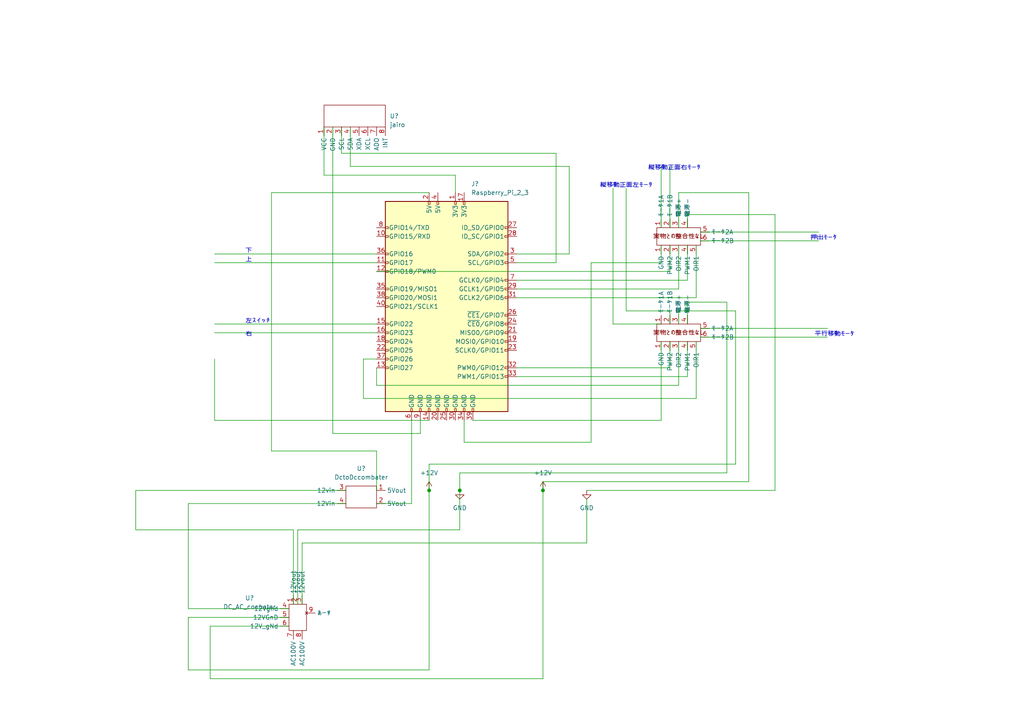
<source format=kicad_sch>
(kicad_sch (version 20211123) (generator eeschema)
  (paper "A4")
  (lib_symbols
    (symbol "Connector:Raspberry_Pi_2_3" (pin_names (offset 1.016))
      (property "Reference" "J" (at -17.78 31.75 0))
      (property "Value" "Raspberry_Pi_2_3" (at 10.16 -31.75 0))
      (symbol "Raspberry_Pi_2_3_0_1"
        (rectangle (start -17.78 30.48) (end 17.78 -30.48) (stroke (width 0.254)) (fill (type background)))
      )
      (symbol "Raspberry_Pi_2_3_1_1"
        (rectangle (start -16.891 -17.526) (end -17.78 -18.034))
        (rectangle (start -16.891 -14.986) (end -17.78 -15.494))
        (rectangle (start -16.891 -12.446) (end -17.78 -12.954))
        (rectangle (start -16.891 -9.906) (end -17.78 -10.414))
        (rectangle (start -16.891 -7.366) (end -17.78 -7.874))
        (rectangle (start -16.891 -4.826) (end -17.78 -5.334))
        (rectangle (start -16.891 0.254) (end -17.78 -0.254))
        (rectangle (start -16.891 2.794) (end -17.78 2.286))
        (rectangle (start -16.891 5.334) (end -17.78 4.826))
        (rectangle (start -16.891 10.414) (end -17.78 9.906))
        (rectangle (start -16.891 12.954) (end -17.78 12.446))
        (rectangle (start -16.891 15.494) (end -17.78 14.986))
        (rectangle (start -16.891 20.574) (end -17.78 20.066))
        (rectangle (start -16.891 23.114) (end -17.78 22.606))
        (rectangle (start -10.414 -29.591) (end -9.906 -30.48))
        (rectangle (start -7.874 -29.591) (end -7.366 -30.48))
        (rectangle (start -5.334 -29.591) (end -4.826 -30.48))
        (rectangle (start -5.334 30.48) (end -4.826 29.591))
        (rectangle (start -2.794 -29.591) (end -2.286 -30.48))
        (rectangle (start -2.794 30.48) (end -2.286 29.591))
        (rectangle (start -0.254 -29.591) (end 0.254 -30.48))
        (rectangle (start 2.286 -29.591) (end 2.794 -30.48))
        (rectangle (start 2.286 30.48) (end 2.794 29.591))
        (rectangle (start 4.826 -29.591) (end 5.334 -30.48))
        (rectangle (start 4.826 30.48) (end 5.334 29.591))
        (rectangle (start 7.366 -29.591) (end 7.874 -30.48))
        (rectangle (start 17.78 -20.066) (end 16.891 -20.574))
        (rectangle (start 17.78 -17.526) (end 16.891 -18.034))
        (rectangle (start 17.78 -12.446) (end 16.891 -12.954))
        (rectangle (start 17.78 -9.906) (end 16.891 -10.414))
        (rectangle (start 17.78 -7.366) (end 16.891 -7.874))
        (rectangle (start 17.78 -4.826) (end 16.891 -5.334))
        (rectangle (start 17.78 -2.286) (end 16.891 -2.794))
        (rectangle (start 17.78 2.794) (end 16.891 2.286))
        (rectangle (start 17.78 5.334) (end 16.891 4.826))
        (rectangle (start 17.78 7.874) (end 16.891 7.366))
        (rectangle (start 17.78 12.954) (end 16.891 12.446))
        (rectangle (start 17.78 15.494) (end 16.891 14.986))
        (rectangle (start 17.78 20.574) (end 16.891 20.066))
        (rectangle (start 17.78 23.114) (end 16.891 22.606))
        (pin power_in line (at 2.54 33.02 270) (length 2.54) (name "3V3") (number "1"))
        (pin bidirectional line (at -20.32 20.32 0) (length 2.54) (name "GPIO15/RXD") (number "10"))
        (pin bidirectional line (at -20.32 12.7 0) (length 2.54) (name "GPIO17") (number "11"))
        (pin bidirectional line (at -20.32 10.16 0) (length 2.54) (name "GPIO18/PWM0") (number "12"))
        (pin bidirectional line (at -20.32 -17.78 0) (length 2.54) (name "GPIO27") (number "13"))
        (pin power_in line (at -5.08 -33.02 90) (length 2.54) (name "GND") (number "14"))
        (pin bidirectional line (at -20.32 -5.08 0) (length 2.54) (name "GPIO22") (number "15"))
        (pin bidirectional line (at -20.32 -7.62 0) (length 2.54) (name "GPIO23") (number "16"))
        (pin power_in line (at 5.08 33.02 270) (length 2.54) (name "3V3") (number "17"))
        (pin bidirectional line (at -20.32 -10.16 0) (length 2.54) (name "GPIO24") (number "18"))
        (pin bidirectional line (at 20.32 -10.16 180) (length 2.54) (name "MOSI0/GPIO10") (number "19"))
        (pin power_in line (at -5.08 33.02 270) (length 2.54) (name "5V") (number "2"))
        (pin power_in line (at -2.54 -33.02 90) (length 2.54) (name "GND") (number "20"))
        (pin bidirectional line (at 20.32 -7.62 180) (length 2.54) (name "MISO0/GPIO9") (number "21"))
        (pin bidirectional line (at -20.32 -12.7 0) (length 2.54) (name "GPIO25") (number "22"))
        (pin bidirectional line (at 20.32 -12.7 180) (length 2.54) (name "SCLK0/GPIO11") (number "23"))
        (pin bidirectional line (at 20.32 -5.08 180) (length 2.54) (name "~{CE0}/GPIO8") (number "24"))
        (pin power_in line (at 0 -33.02 90) (length 2.54) (name "GND") (number "25"))
        (pin bidirectional line (at 20.32 -2.54 180) (length 2.54) (name "~{CE1}/GPIO7") (number "26"))
        (pin bidirectional line (at 20.32 22.86 180) (length 2.54) (name "ID_SD/GPIO0") (number "27"))
        (pin bidirectional line (at 20.32 20.32 180) (length 2.54) (name "ID_SC/GPIO1") (number "28"))
        (pin bidirectional line (at 20.32 5.08 180) (length 2.54) (name "GCLK1/GPIO5") (number "29"))
        (pin bidirectional line (at 20.32 15.24 180) (length 2.54) (name "SDA/GPIO2") (number "3"))
        (pin power_in line (at 2.54 -33.02 90) (length 2.54) (name "GND") (number "30"))
        (pin bidirectional line (at 20.32 2.54 180) (length 2.54) (name "GCLK2/GPIO6") (number "31"))
        (pin bidirectional line (at 20.32 -17.78 180) (length 2.54) (name "PWM0/GPIO12") (number "32"))
        (pin bidirectional line (at 20.32 -20.32 180) (length 2.54) (name "PWM1/GPIO13") (number "33"))
        (pin power_in line (at 5.08 -33.02 90) (length 2.54) (name "GND") (number "34"))
        (pin bidirectional line (at -20.32 5.08 0) (length 2.54) (name "GPIO19/MISO1") (number "35"))
        (pin bidirectional line (at -20.32 15.24 0) (length 2.54) (name "GPIO16") (number "36"))
        (pin bidirectional line (at -20.32 -15.24 0) (length 2.54) (name "GPIO26") (number "37"))
        (pin bidirectional line (at -20.32 2.54 0) (length 2.54) (name "GPIO20/MOSI1") (number "38"))
        (pin power_in line (at 7.62 -33.02 90) (length 2.54) (name "GND") (number "39"))
        (pin power_in line (at -2.54 33.02 270) (length 2.54) (name "5V") (number "4"))
        (pin bidirectional line (at -20.32 0 0) (length 2.54) (name "GPIO21/SCLK1") (number "40"))
        (pin bidirectional line (at 20.32 12.7 180) (length 2.54) (name "SCL/GPIO3") (number "5"))
        (pin power_in line (at -10.16 -33.02 90) (length 2.54) (name "GND") (number "6"))
        (pin bidirectional line (at 20.32 7.62 180) (length 2.54) (name "GCLK0/GPIO4") (number "7"))
        (pin bidirectional line (at -20.32 22.86 0) (length 2.54) (name "GPIO14/TXD") (number "8"))
        (pin power_in line (at -7.62 -33.02 90) (length 2.54) (name "GND") (number "9"))
      )
    )
    (symbol "DCACconb:DC_AC_conbater"
      (property "Reference" "U" (at 0 0 0))
      (property "Value" "DC_AC_conbater" (at 0 0 0))
      (symbol "DC_AC_conbater_0_1"
        (rectangle (start -2.54 -1.27) (end 2.54 6.35))
      )
      (symbol "DC_AC_conbater_1_1"
        (pin output line (at -1.27 6.35 90) (length 2.54) (name "12Vout") (number "1"))
        (pin output line (at 0 6.35 90) (length 2.54) (name "12vout") (number "2"))
        (pin output line (at 1.27 6.35 90) (length 2.54) (name "12vout") (number "3"))
        (pin output line (at -2.54 5.08 180) (length 2.54) (name "12Vgnd") (number "4"))
        (pin output line (at -2.54 2.54 180) (length 2.54) (name "12VGnD") (number "5"))
        (pin output line (at -2.54 0 180) (length 2.54) (name "12V_gNd") (number "6"))
        (pin power_in line (at -1.27 -1.27 270) (length 2.54) (name "AC100V") (number "7"))
        (pin power_in line (at 1.27 -1.27 270) (length 2.54) (name "AC100V") (number "8"))
        (pin no_connect line (at 2.54 3.81 0) (length 2.54) (name "あーす") (number "9"))
      )
    )
    (symbol "DCcomb:DctoDccombater"
      (property "Reference" "U" (at 0 0 0))
      (property "Value" "DctoDccombater" (at 0 0 0))
      (symbol "DctoDccombater_0_1"
        (rectangle (start 3.81 -2.54) (end -5.08 3.81))
      )
      (symbol "DctoDccombater_1_1"
        (pin output line (at 3.81 2.54 0) (length 2.54) (name "5Vout") (number "1"))
        (pin output line (at 3.81 -1.27 0) (length 2.54) (name "5Vout") (number "2"))
        (pin input line (at -5.08 2.54 180) (length 2.54) (name "12vin") (number "3"))
        (pin input line (at -5.08 -1.27 180) (length 2.54) (name "12Vin") (number "4"))
      )
    )
    (symbol "cytron1MDD10a:MDD10A"
      (symbol "MDD10A_0_0"
        (text "実物との整合性なし" (at -2.54 1.27 0) (effects (font (size 1.27 1.27))))
      )
      (symbol "MDD10A_0_1"
        (rectangle (start -8.89 3.81) (end 3.81 -1.27))
        (rectangle (start -1.27 1.27) (end -1.27 1.27))
      )
      (symbol "MDD10A_1_1"
        (pin free line (at -7.62 -1.27 270) (length 2.54) (name "GND") (number "1"))
        (pin output line (at -7.62 3.81 90) (length 2.54) (name "モータ1A") (number "1"))
        (pin input line (at -5.08 -1.27 270) (length 2.54) (name "PWM2") (number "2"))
        (pin output line (at -5.08 3.81 90) (length 2.54) (name "モータ1B") (number "2"))
        (pin input line (at -2.54 -1.27 270) (length 2.54) (name "OIR2") (number "3"))
        (pin power_in line (at -2.54 3.81 90) (length 2.54) (name "電源+") (number "3"))
        (pin input line (at 0 -1.27 270) (length 2.54) (name "PWM1") (number "4"))
        (pin power_in line (at 0 3.81 90) (length 2.54) (name "電源-") (number "4"))
        (pin input line (at 2.54 -1.27 270) (length 2.54) (name "OIR1") (number "5"))
        (pin output line (at 3.81 2.54 0) (length 2.54) (name "モータ2A") (number "5"))
        (pin output line (at 3.81 0 0) (length 2.54) (name "モータ2B") (number "6"))
      )
    )
    (symbol "jiro:jairo"
      (property "Reference" "U" (at -7.62 10.16 0))
      (property "Value" "jairo" (at -7.62 7.62 0))
      (symbol "jairo_0_1"
        (rectangle (start -11.43 6.35) (end 6.35 0))
      )
      (symbol "jairo_1_1"
        (pin input line (at -11.43 0 270) (length 2.54) (name "VCC") (number "1"))
        (pin input line (at -8.89 0 270) (length 2.54) (name "GND") (number "2"))
        (pin input line (at -6.35 0 270) (length 2.54) (name "SCL") (number "3"))
        (pin input line (at -3.81 0 270) (length 2.54) (name "SDA") (number "4"))
        (pin input line (at -1.27 0 270) (length 2.54) (name "XDA") (number "5"))
        (pin input line (at 1.27 0 270) (length 2.54) (name "XCL") (number "6"))
        (pin input line (at 3.81 0 270) (length 2.54) (name "ADO") (number "7"))
        (pin input line (at 6.35 0 270) (length 2.54) (name "INT") (number "8"))
      )
    )
    (symbol "power:+12V" (power) (pin_names (offset 0))
      (property "Value" "+12V" (at 0 3.556 0))
      (symbol "+12V_0_1"
        (polyline (pts (xy -0.762 1.27) (xy 0 2.54)))
        (polyline (pts (xy 0 0) (xy 0 2.54)))
        (polyline (pts (xy 0 2.54) (xy 0.762 1.27)))
      )
      (symbol "+12V_1_1"
        (pin power_in line (at 0 0 90) (length 0) hide (name "+12V") (number "1"))
      )
    )
    (symbol "power:GND" (power) (pin_names (offset 0))
      (property "Value" "GND" (at 0 -3.81 0))
      (symbol "GND_0_1"
        (polyline (pts (xy 0 0) (xy 0 -1.27) (xy 1.27 -1.27) (xy 0 -2.54) (xy -1.27 -1.27) (xy 0 -1.27)))
      )
      (symbol "GND_1_1"
        (pin power_in line (at 0 0 270) (length 0) hide (name "GND") (number "1"))
      )
    )
  )
  (junction (at 157.48 142.24))
  (junction (at 133.35 142.24))
  (junction (at 124.46 142.24))
  (wire (pts (xy 196.85 55.88) (xy 217.17 55.88)))
  (wire (pts (xy 194.31 90.17) (xy 181.61 90.17)))
  (wire (pts (xy 62.23 121.92) (xy 124.46 121.92)))
  (wire (pts (xy 217.17 55.88) (xy 217.17 139.7)))
  (wire (pts (xy 213.36 90.17) (xy 213.36 134.62)))
  (wire (pts (xy 194.31 99.06) (xy 194.31 106.68)))
  (wire (pts (xy 60.96 196.85) (xy 157.48 196.85)))
  (wire (pts (xy 224.79 142.24) (xy 170.18 142.24)))
  (wire (pts (xy 181.61 54.61) (xy 181.61 90.17)))
  (wire (pts (xy 78.74 130.81) (xy 109.22 130.81)))
  (wire (pts (xy 201.93 99.06) (xy 201.93 115.57)))
  (wire (pts (xy 170.18 144.78) (xy 170.18 157.48)))
  (wire (pts (xy 86.36 153.67) (xy 133.35 153.67)))
  (wire (pts (xy 39.37 153.67) (xy 39.37 142.24)))
  (wire (pts (xy 132.08 50.8) (xy 132.08 55.88)))
  (wire (pts (xy 199.39 87.63) (xy 210.82 87.63)))
  (wire (pts (xy 78.74 55.88) (xy 78.74 130.81)))
  (wire (pts (xy 87.63 157.48) (xy 87.63 175.26)))
  (wire (pts (xy 99.06 44.45) (xy 161.29 44.45)))
  (wire (pts (xy 161.29 44.45) (xy 161.29 76.2)))
  (wire (pts (xy 99.06 36.83) (xy 99.06 44.45)))
  (wire (pts (xy 83.82 181.61) (xy 60.96 181.61)))
  (wire (pts (xy 196.85 93.98) (xy 196.85 90.17)))
  (wire (pts (xy 191.77 48.26) (xy 191.77 66.04)))
  (wire (pts (xy 96.52 125.73) (xy 121.92 125.73)))
  (wire (pts (xy 54.61 179.07) (xy 54.61 194.31)))
  (wire (pts (xy 124.46 194.31) (xy 124.46 142.24)))
  (wire (pts (xy 62.23 104.14) (xy 62.23 121.92)))
  (wire (pts (xy 157.48 139.7) (xy 157.48 142.24)))
  (wire (pts (xy 170.18 157.48) (xy 87.63 157.48)))
  (wire (pts (xy 133.35 153.67) (xy 133.35 142.24)))
  (wire (pts (xy 199.39 62.23) (xy 224.79 62.23)))
  (wire (pts (xy 196.85 90.17) (xy 213.36 90.17)))
  (wire (pts (xy 161.29 76.2) (xy 149.86 76.2)))
  (wire (pts (xy 201.93 115.57) (xy 105.41 115.57)))
  (wire (pts (xy 210.82 87.63) (xy 210.82 137.16)))
  (wire (pts (xy 101.6 36.83) (xy 101.6 48.26)))
  (wire (pts (xy 199.39 71.12) (xy 199.39 81.28)))
  (wire (pts (xy 124.46 134.62) (xy 124.46 142.24)))
  (wire (pts (xy 124.46 55.88) (xy 78.74 55.88)))
  (wire (pts (xy 194.31 106.68) (xy 149.86 106.68)))
  (wire (pts (xy 217.17 139.7) (xy 157.48 139.7)))
  (wire (pts (xy 109.22 130.81) (xy 109.22 142.24)))
  (wire (pts (xy 194.31 93.98) (xy 194.31 90.17)))
  (wire (pts (xy 177.8 54.61) (xy 177.8 93.98)))
  (wire (pts (xy 191.77 121.92) (xy 137.16 121.92)))
  (wire (pts (xy 62.23 93.98) (xy 109.22 93.98)))
  (wire (pts (xy 199.39 99.06) (xy 199.39 109.22)))
  (wire (pts (xy 199.39 109.22) (xy 149.86 109.22)))
  (wire (pts (xy 194.31 71.12) (xy 194.31 78.74)))
  (wire (pts (xy 62.23 73.66) (xy 109.22 73.66)))
  (wire (pts (xy 224.79 62.23) (xy 224.79 142.24)))
  (wire (pts (xy 54.61 176.53) (xy 54.61 146.05)))
  (wire (pts (xy 105.41 104.14) (xy 109.22 104.14)))
  (wire (pts (xy 62.23 96.52) (xy 109.22 96.52)))
  (wire (pts (xy 93.98 50.8) (xy 132.08 50.8)))
  (wire (pts (xy 54.61 194.31) (xy 124.46 194.31)))
  (wire (pts (xy 196.85 99.06) (xy 196.85 111.76)))
  (wire (pts (xy 210.82 137.16) (xy 133.35 137.16)))
  (wire (pts (xy 39.37 142.24) (xy 100.33 142.24)))
  (wire (pts (xy 93.98 36.83) (xy 93.98 50.8)))
  (wire (pts (xy 133.35 137.16) (xy 133.35 142.24)))
  (wire (pts (xy 194.31 48.26) (xy 194.31 66.04)))
  (wire (pts (xy 213.36 134.62) (xy 124.46 134.62)))
  (wire (pts (xy 62.23 76.2) (xy 109.22 76.2)))
  (wire (pts (xy 199.39 93.98) (xy 199.39 87.63)))
  (wire (pts (xy 196.85 111.76) (xy 109.22 111.76)))
  (wire (pts (xy 201.93 71.12) (xy 201.93 86.36)))
  (wire (pts (xy 196.85 71.12) (xy 196.85 83.82)))
  (wire (pts (xy 96.52 36.83) (xy 96.52 125.73)))
  (wire (pts (xy 191.77 71.12) (xy 191.77 76.2)))
  (wire (pts (xy 191.77 93.98) (xy 177.8 93.98)))
  (wire (pts (xy 171.45 76.2) (xy 171.45 128.27)))
  (wire (pts (xy 196.85 66.04) (xy 196.85 55.88)))
  (wire (pts (xy 85.09 175.26) (xy 85.09 153.67)))
  (wire (pts (xy 109.22 111.76) (xy 109.22 106.68)))
  (wire (pts (xy 54.61 146.05) (xy 100.33 146.05)))
  (wire (pts (xy 149.86 81.28) (xy 199.39 81.28)))
  (wire (pts (xy 101.6 48.26) (xy 165.1 48.26)))
  (wire (pts (xy 85.09 153.67) (xy 39.37 153.67)))
  (wire (pts (xy 119.38 146.05) (xy 109.22 146.05)))
  (wire (pts (xy 157.48 196.85) (xy 157.48 142.24)))
  (wire (pts (xy 191.77 76.2) (xy 171.45 76.2)))
  (wire (pts (xy 203.2 69.85) (xy 237.49 69.85)))
  (wire (pts (xy 83.82 176.53) (xy 54.61 176.53)))
  (wire (pts (xy 60.96 181.61) (xy 60.96 196.85)))
  (wire (pts (xy 203.2 95.25) (xy 240.03 95.25)))
  (wire (pts (xy 171.45 128.27) (xy 134.62 128.27)))
  (wire (pts (xy 191.77 99.06) (xy 191.77 121.92)))
  (wire (pts (xy 149.86 83.82) (xy 196.85 83.82)))
  (wire (pts (xy 134.62 128.27) (xy 134.62 121.92)))
  (wire (pts (xy 83.82 179.07) (xy 54.61 179.07)))
  (wire (pts (xy 86.36 175.26) (xy 86.36 153.67)))
  (wire (pts (xy 121.92 121.92) (xy 121.92 125.73)))
  (wire (pts (xy 165.1 48.26) (xy 165.1 73.66)))
  (wire (pts (xy 105.41 115.57) (xy 105.41 104.14)))
  (wire (pts (xy 203.2 97.79) (xy 240.03 97.79)))
  (wire (pts (xy 119.38 121.92) (xy 119.38 146.05)))
  (wire (pts (xy 194.31 78.74) (xy 109.22 78.74)))
  (wire (pts (xy 165.1 73.66) (xy 149.86 73.66)))
  (wire (pts (xy 203.2 67.31) (xy 237.49 67.31)))
  (wire (pts (xy 199.39 66.04) (xy 199.39 62.23)))
  (wire (pts (xy 149.86 86.36) (xy 201.93 86.36)))
  (text "平行移動モータ" (at 236.22 97.79 0) (effects (font (size 1.27 1.27)) (justify left bottom)))
  (text "下" (at 71.12 73.66 0) (effects (font (size 1.27 1.27)) (justify left bottom)))
  (text "左スイッチ" (at 71.12 93.98 0) (effects (font (size 1.27 1.27)) (justify left bottom)))
  (text "上" (at 71.12 76.2 0) (effects (font (size 1.27 1.27)) (justify left bottom)))
  (text "押出モータ" (at 234.95 69.85 0) (effects (font (size 1.27 1.27)) (justify left bottom)))
  (text "縦移動正面右モータ" (at 187.96 49.53 0) (effects (font (size 1.27 1.27)) (justify left bottom)))
  (text "右" (at 71.12 97.79 0) (effects (font (size 1.27 1.27)) (justify left bottom)))
  (text "縦移動正面左モータ" (at 173.99 54.61 0) (effects (font (size 1.27 1.27)) (justify left bottom)))
  (symbol (lib_id "cytron1MDD10a:MDD10A") (at 199.39 97.79 0) (unit 1)
    (property "Reference" "U?" (effects hide))
    (property "Value" "MDD10A" (effects hide))
  )
  (symbol (lib_id "power:GND") (at 133.35 142.24 0) (unit 1)
    (property "Reference" "#PWR?" (effects hide))
    (property "Value" "GND" (at 133.35 147.32 0))
  )
  (symbol (lib_id "Connector:Raspberry_Pi_2_3") (at 129.54 88.9 0) (unit 1)
    (property "Reference" "J?" (at 136.6394 53.34 0) (effects (justify left)))
    (property "Value" "Raspberry_Pi_2_3" (at 136.6394 55.88 0) (effects (justify left)))
    (property "Datasheet" "https://www.raspberrypi.org/documentation/hardware/raspberrypi/schematics/rpi_SCH_3bplus_1p0_reduced.pdf" (effects hide))
  )
  (symbol (lib_id "jiro:jairo") (at 105.41 36.83 0) (unit 1)
    (property "Reference" "U?" (at 113.03 33.6549 0) (effects (justify left)))
    (property "Value" "jairo" (at 113.03 36.1949 0) (effects (justify left)))
  )
  (symbol (lib_id "cytron1MDD10a:MDD10A") (at 199.39 69.85 0) (unit 1)
    (property "Reference" "U?" (effects hide))
    (property "Value" "MDD10A" (effects hide))
  )
  (symbol (lib_id "power:+12V") (at 157.48 142.24 0) (unit 1)
    (property "Reference" "#PWR?" (effects hide))
    (property "Value" "+12V" (at 157.48 137.16 0))
  )
  (symbol (lib_id "DCACconb:DC_AC_conbater") (at 86.36 181.61 0) (unit 1)
    (property "Reference" "U?" (at 72.39 173.4693 0))
    (property "Value" "DC_AC_conbater" (at 72.39 176.0093 0))
  )
  (symbol (lib_id "power:+12V") (at 124.46 142.24 0) (unit 1)
    (property "Reference" "#PWR?" (effects hide))
    (property "Value" "+12V" (at 124.46 137.16 0))
  )
  (symbol (lib_id "DCcomb:DctoDccombater") (at 105.41 144.78 0) (unit 1)
    (property "Reference" "U?" (at 104.775 135.89 0))
    (property "Value" "DctoDccombater" (at 104.775 138.43 0))
  )
  (symbol (lib_id "power:GND") (at 170.18 142.24 0) (unit 1)
    (property "Reference" "#PWR?" (effects hide))
    (property "Value" "GND" (at 170.18 147.32 0))
  )
)
</source>
